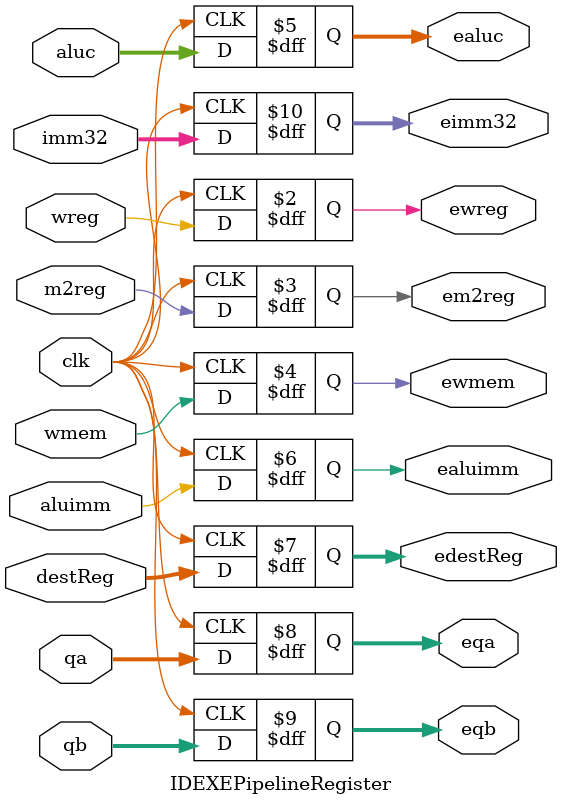
<source format=v>
`timescale 1ns / 1ps


module IDEXEPipelineRegister(wreg, m2reg, wmem, aluc, aluimm, destReg, qa, qb, imm32, clk,
    ewreg, em2reg, ewmem, ealuc, ealuimm, edestReg, eqa, eqb, eimm32);
    
    input wreg;
    input m2reg;
    input wmem;
    input [3:0] aluc;
    input aluimm;
    input [4:0] destReg;
    input [31:0] qa;
    input [31:0] qb;
    input [31:0] imm32;
    input clk;
    
    output reg ewreg;
    output reg em2reg;
    output reg ewmem;
    output reg [3:0] ealuc;
    output reg ealuimm;
    output reg [4:0] edestReg;
    output reg [31:0] eqa;
    output reg [31:0] eqb;
    output reg [31:0] eimm32;
    
    always @ (posedge clk)
    begin
        ewreg = wreg;
        em2reg = m2reg;
        ewmem = wmem;
        ealuc = aluc;
        ealuimm = aluimm;
        edestReg = destReg;
        eqa = qa;
        eqb = qb;
        eimm32 = imm32;
    end
endmodule


</source>
